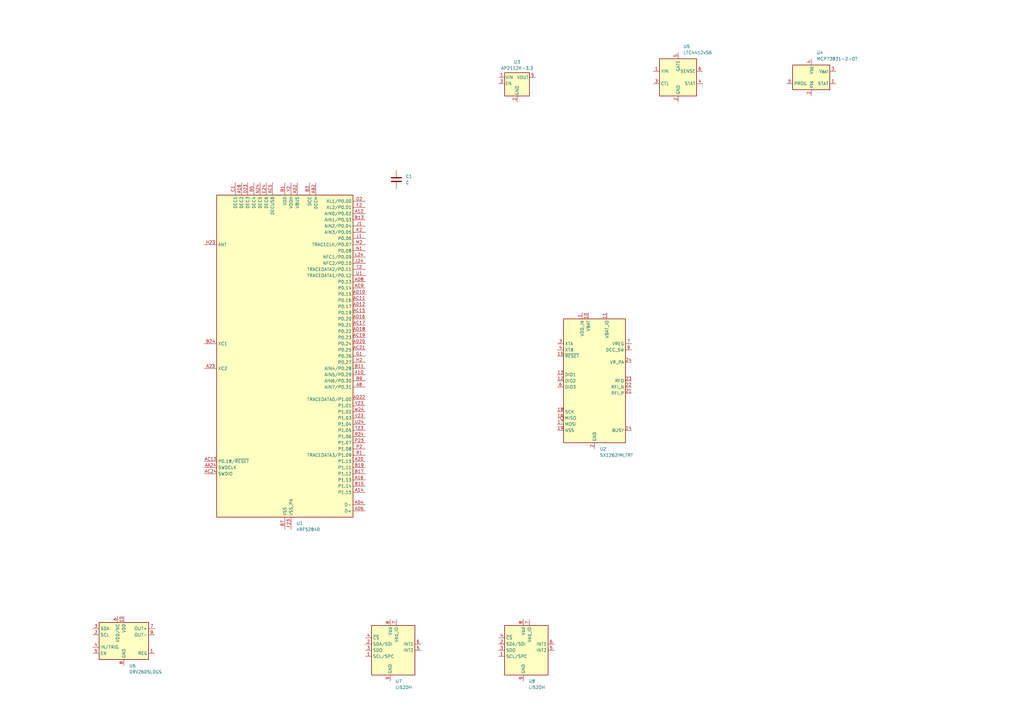
<source format=kicad_sch>
(kicad_sch (version 20250114) (generator "eeschema") (generator_version "9.0")
  (paper "A3")
  (title_block (title "Waypoint v2 - From BOM") (date "2026-01-29") (rev "1.0"))
  (lib_symbols
    (symbol "Battery_Management:MCP73831-2-OT"
      (property "Reference" "U" (at -7.62 6.35 0))
      (property "Value" "MCP73831-2-OT" (at 1.27 6.35 0))
      (symbol "MCP73831-2-OT_0_1"
        (rectangle (start -7.62 5.08) (end 7.62 -5.08) (stroke (width 0.254)) (fill (type background)))
      )
      (symbol "MCP73831-2-OT_1_1"
        (pin input line (at -10.16 -2.54 0) (length 2.54) (name "PROG") (number "5"))
        (pin power_in line (at 0 7.62 270) (length 2.54) (name "V_{DD}") (number "4"))
        (pin power_in line (at 0 -7.62 90) (length 2.54) (name "V_{SS}") (number "2"))
        (pin power_out line (at 10.16 2.54 180) (length 2.54) (name "V_{BAT}") (number "3"))
        (pin tri_state line (at 10.16 -2.54 180) (length 2.54) (name "STAT") (number "1"))
      )
    )
    (symbol "Device:C" (pin_numbers (hide yes)) (pin_names (offset 0.254))
      (property "Reference" "C" (at 0.635 2.54 0))
      (property "Value" "C" (at 0.635 -2.54 0))
      (symbol "C_0_1"
        (polyline (pts (xy -2.032 0.762) (xy 2.032 0.762)) (stroke (width 0.508)))
        (polyline (pts (xy -2.032 -0.762) (xy 2.032 -0.762)) (stroke (width 0.508)))
      )
      (symbol "C_1_1"
        (pin passive line (at 0 3.81 270) (length 2.794) (name "~") (number "1"))
        (pin passive line (at 0 -3.81 90) (length 2.794) (name "~") (number "2"))
      )
    )
    (symbol "Driver_Haptic:DRV2605LDGS"
      (property "Reference" "U" (at -10.16 8.255 0))
      (property "Value" "DRV2605LDGS" (at 2.54 -8.89 0))
      (symbol "DRV2605LDGS_0_1"
        (rectangle (start -10.16 7.62) (end 10.16 -7.62) (stroke (width 0.254)) (fill (type background)))
      )
      (symbol "DRV2605LDGS_1_1"
        (pin bidirectional line (at -12.7 5.08 0) (length 2.54) (name "SDA") (number "3"))
        (pin input line (at -12.7 2.54 0) (length 2.54) (name "SCL") (number "2"))
        (pin input line (at -12.7 -2.54 0) (length 2.54) (name "IN/TRIG") (number "4"))
        (pin input line (at -12.7 -5.08 0) (length 2.54) (name "EN") (number "5"))
        (pin power_in line (at -2.54 10.16 270) (length 2.54) (name "VDD/NC") (number "6"))
        (pin power_in line (at 0 10.16 270) (length 2.54) (name "VDD") (number "10"))
        (pin power_in line (at 0 -10.16 90) (length 2.54) (name "GND") (number "8"))
        (pin output line (at 12.7 5.08 180) (length 2.54) (name "OUT+") (number "7"))
        (pin output line (at 12.7 2.54 180) (length 2.54) (name "OUT-") (number "9"))
        (pin passive line (at 12.7 -5.08 180) (length 2.54) (name "REG") (number "1"))
      )
    )
    (symbol "MCU_Nordic:nRF52840"
      (property "Reference" "U" (at 0 5.08 0))
      (property "Value" "nRF52840" (at 0 2.54 0))
      (symbol "nRF52840_0_1"
        (rectangle (start -27.94 66.04) (end 27.94 -66.04) (stroke (width 0.254)) (fill (type background)))
      )
      (symbol "nRF52840_1_1"
        (pin passive line (at -33.02 45.72 0) (length 5.08) (name "ANT") (number "H23"))
        (pin input line (at -33.02 5.08 0) (length 5.08) (name "XC1") (number "B24"))
        (pin input line (at -33.02 -5.08 0) (length 5.08) (name "XC2") (number "A23"))
        (pin bidirectional line (at -33.02 -43.18 0) (length 5.08) (name "P0.18/~{RESET}") (number "AC13"))
        (pin input line (at -33.02 -45.72 0) (length 5.08) (name "SWDCLK") (number "AA24"))
        (pin bidirectional line (at -33.02 -48.26 0) (length 5.08) (name "SWDIO") (number "AC24"))
        (pin passive line (at -20.32 71.12 270) (length 5.08) (name "DEC1") (number "C1"))
        (pin passive line (at -17.78 71.12 270) (length 5.08) (name "DEC2") (number "A18"))
        (pin passive line (at -15.24 71.12 270) (length 5.08) (name "DEC3") (number "D23"))
        (pin passive line (at -12.7 71.12 270) (length 5.08) (name "DEC4") (number "B5"))
        (pin passive line (at -10.16 71.12 270) (length 5.08) (name "DEC5") (number "N24"))
        (pin passive line (at -7.62 71.12 270) (length 5.08) (name "DEC6") (number "E24"))
        (pin passive line (at -5.08 71.12 270) (length 5.08) (name "DECUSB") (number "AC5"))
        (pin passive line (at 0 71.12 270) (length 5.08) (hide yes) (name "VDD") (number "A22"))
        (pin passive line (at 0 71.12 270) (length 5.08) (hide yes) (name "VDD") (number "AD14"))
        (pin passive line (at 0 71.12 270) (length 5.08) (hide yes) (name "VDD") (number "AD23"))
        (pin power_in line (at 0 71.12 270) (length 5.08) (name "VDD") (number "B1"))
        (pin passive line (at 0 71.12 270) (length 5.08) (hide yes) (name "VDD") (number "W1"))
        (pin power_in line (at 0 -71.12 90) (length 5.08) (name "VSS") (number "B7"))
        (pin passive line (at 0 -71.12 90) (length 5.08) (hide yes) (name "VSS") (number "EP"))
        (pin power_in line (at 2.54 71.12 270) (length 5.08) (name "VDDH") (number "Y2"))
        (pin power_in line (at 2.54 -71.12 90) (length 5.08) (name "VSS_PA") (number "F23"))
        (pin power_in line (at 5.08 71.12 270) (length 5.08) (name "VBUS") (number "AD2"))
        (pin power_out line (at 10.16 71.12 270) (length 5.08) (name "DCC") (number "B3"))
        (pin power_out line (at 12.7 71.12 270) (length 5.08) (name "DCCH") (number "AB2"))
        (pin bidirectional line (at 33.02 63.5 180) (length 5.08) (name "XL1/P0.00") (number "D2"))
        (pin bidirectional line (at 33.02 60.96 180) (length 5.08) (name "XL2/P0.01") (number "F2"))
        (pin bidirectional line (at 33.02 58.42 180) (length 5.08) (name "AIN0/P0.02") (number "A12"))
        (pin bidirectional line (at 33.02 55.88 180) (length 5.08) (name "AIN1/P0.03") (number "B13"))
        (pin bidirectional line (at 33.02 53.34 180) (length 5.08) (name "AIN2/P0.04") (number "J1"))
        (pin bidirectional line (at 33.02 50.8 180) (length 5.08) (name "AIN3/P0.05") (number "K2"))
        (pin bidirectional line (at 33.02 48.26 180) (length 5.08) (name "P0.06") (number "L1"))
        (pin bidirectional line (at 33.02 45.72 180) (length 5.08) (name "TRACECLK/P0.07") (number "M2"))
        (pin bidirectional line (at 33.02 43.18 180) (length 5.08) (name "P0.08") (number "N1"))
        (pin bidirectional line (at 33.02 40.64 180) (length 5.08) (name "NFC1/P0.09") (number "L24"))
        (pin bidirectional line (at 33.02 38.1 180) (length 5.08) (name "NFC2/P0.10") (number "J24"))
        (pin bidirectional line (at 33.02 35.56 180) (length 5.08) (name "TRACEDATA2/P0.11") (number "T2"))
        (pin bidirectional line (at 33.02 33.02 180) (length 5.08) (name "TRACEDATA1/P0.12") (number "U1"))
        (pin bidirectional line (at 33.02 30.48 180) (length 5.08) (name "P0.13") (number "AD8"))
        (pin bidirectional line (at 33.02 27.94 180) (length 5.08) (name "P0.14") (number "AC9"))
        (pin bidirectional line (at 33.02 25.4 180) (length 5.08) (name "P0.15") (number "AD10"))
        (pin bidirectional line (at 33.02 22.86 180) (length 5.08) (name "P0.16") (number "AC11"))
        (pin bidirectional line (at 33.02 20.32 180) (length 5.08) (name "P0.17") (number "AD12"))
        (pin bidirectional line (at 33.02 17.78 180) (length 5.08) (name "P0.19") (number "AC15"))
        (pin bidirectional line (at 33.02 15.24 180) (length 5.08) (name "P0.20") (number "AD16"))
        (pin bidirectional line (at 33.02 12.7 180) (length 5.08) (name "P0.21") (number "AC17"))
        (pin bidirectional line (at 33.02 10.16 180) (length 5.08) (name "P0.22") (number "AD18"))
        (pin bidirectional line (at 33.02 7.62 180) (length 5.08) (name "P0.23") (number "AC19"))
        (pin bidirectional line (at 33.02 5.08 180) (length 5.08) (name "P0.24") (number "AD20"))
        (pin bidirectional line (at 33.02 2.54 180) (length 5.08) (name "P0.25") (number "AC21"))
        (pin bidirectional line (at 33.02 0 180) (length 5.08) (name "P0.26") (number "G1"))
        (pin bidirectional line (at 33.02 -2.54 180) (length 5.08) (name "P0.27") (number "H2"))
        (pin bidirectional line (at 33.02 -5.08 180) (length 5.08) (name "AIN4/P0.28") (number "B11"))
        (pin bidirectional line (at 33.02 -7.62 180) (length 5.08) (name "AIN5/P0.29") (number "A10"))
        (pin bidirectional line (at 33.02 -10.16 180) (length 5.08) (name "AIN6/P0.30") (number "B9"))
        (pin bidirectional line (at 33.02 -12.7 180) (length 5.08) (name "AIN7/P0.31") (number "A8"))
        (pin bidirectional line (at 33.02 -17.78 180) (length 5.08) (name "TRACEDATA0/P1.00") (number "AD22"))
        (pin bidirectional line (at 33.02 -20.32 180) (length 5.08) (name "P1.01") (number "Y23"))
        (pin bidirectional line (at 33.02 -22.86 180) (length 5.08) (name "P1.02") (number "W24"))
        (pin bidirectional line (at 33.02 -25.4 180) (length 5.08) (name "P1.03") (number "V23"))
        (pin bidirectional line (at 33.02 -27.94 180) (length 5.08) (name "P1.04") (number "U24"))
        (pin bidirectional line (at 33.02 -30.48 180) (length 5.08) (name "P1.05") (number "T23"))
        (pin bidirectional line (at 33.02 -33.02 180) (length 5.08) (name "P1.06") (number "R24"))
        (pin bidirectional line (at 33.02 -35.56 180) (length 5.08) (name "P1.07") (number "P23"))
        (pin bidirectional line (at 33.02 -38.1 180) (length 5.08) (name "P1.08") (number "P2"))
        (pin bidirectional line (at 33.02 -40.64 180) (length 5.08) (name "TRACEDATA3/P1.09") (number "R1"))
        (pin bidirectional line (at 33.02 -43.18 180) (length 5.08) (name "P1.10") (number "A20"))
        (pin bidirectional line (at 33.02 -45.72 180) (length 5.08) (name "P1.11") (number "B19"))
        (pin bidirectional line (at 33.02 -48.26 180) (length 5.08) (name "P1.12") (number "B17"))
        (pin bidirectional line (at 33.02 -50.8 180) (length 5.08) (name "P1.13") (number "A16"))
        (pin bidirectional line (at 33.02 -53.34 180) (length 5.08) (name "P1.14") (number "B15"))
        (pin bidirectional line (at 33.02 -55.88 180) (length 5.08) (name "P1.15") (number "A14"))
        (pin bidirectional line (at 33.02 -60.96 180) (length 5.08) (name "D-") (number "AD4"))
        (pin bidirectional line (at 33.02 -63.5 180) (length 5.08) (name "D+") (number "AD6"))
      )
    )
    (symbol "Power_Management:LTC4412xS6"
      (property "Reference" "U" (at -6.35 8.89 0))
      (property "Value" "LTC4412xS6" (at 6.35 8.89 0))
      (symbol "LTC4412xS6_0_1"
        (rectangle (start -7.62 7.62) (end 7.62 -7.62) (stroke (width 0.254)) (fill (type background)))
      )
      (symbol "LTC4412xS6_1_1"
        (pin power_in line (at -10.16 2.54 0) (length 2.54) (name "VIN") (number "1"))
        (pin input line (at -10.16 -2.54 0) (length 2.54) (name "CTL") (number "3"))
        (pin output line (at 0 10.16 270) (length 2.54) (name "GATE") (number "5"))
        (pin power_in line (at 0 -10.16 90) (length 2.54) (name "GND") (number "2"))
        (pin input line (at 10.16 2.54 180) (length 2.54) (name "SENSE") (number "6"))
        (pin open_collector line (at 10.16 -2.54 180) (length 2.54) (name "STAT") (number "4"))
      )
    )
    (symbol "RF:SX1262IMLTRT"
      (property "Reference" "U" (at 13.97 24.13 0))
      (property "Value" "SX1262IMLTRT" (at 13.97 21.59 0))
      (symbol "SX1262IMLTRT_0_1"
        (rectangle (start -12.7 25.4) (end 12.7 -25.4) (stroke (width 0.254)) (fill (type background)))
      )
      (symbol "SX1262IMLTRT_1_1"
        (pin bidirectional line (at -15.24 15.24 0) (length 2.54) (name "XTA") (number "3"))
        (pin bidirectional line (at -15.24 12.7 0) (length 2.54) (name "XTB") (number "4"))
        (pin input line (at -15.24 10.16 0) (length 2.54) (name "~{RESET}") (number "15"))
        (pin bidirectional line (at -15.24 2.54 0) (length 2.54) (name "DIO1") (number "13"))
        (pin bidirectional line (at -15.24 0 0) (length 2.54) (name "DIO2") (number "12"))
        (pin bidirectional line (at -15.24 -2.54 0) (length 2.54) (name "DIO3") (number "6"))
        (pin input line (at -15.24 -12.7 0) (length 2.54) (name "SCK") (number "18"))
        (pin tri_state inverted (at -15.24 -15.24 0) (length 2.54) (name "MISO") (number "16"))
        (pin input line (at -15.24 -17.78 0) (length 2.54) (name "MOSI") (number "17"))
        (pin input line (at -15.24 -20.32 0) (length 2.54) (name "NSS") (number "19"))
        (pin power_in line (at -5.08 27.94 270) (length 2.54) (name "VDD_IN") (number "1"))
        (pin power_in line (at -2.54 27.94 270) (length 2.54) (name "VBAT") (number "10"))
        (pin power_in line (at 0 -27.94 90) (length 2.54) (name "GND") (number "2"))
        (pin passive line (at 0 -27.94 90) (length 2.54) (hide yes) (name "GND") (number "20"))
        (pin passive line (at 0 -27.94 90) (length 2.54) (hide yes) (name "GND") (number "25"))
        (pin passive line (at 0 -27.94 90) (length 2.54) (hide yes) (name "GND") (number "5"))
        (pin passive line (at 0 -27.94 90) (length 2.54) (hide yes) (name "GND") (number "8"))
        (pin power_in line (at 5.08 27.94 270) (length 2.54) (name "VBAT_IO") (number "11"))
        (pin power_out line (at 15.24 15.24 180) (length 2.54) (name "VREG") (number "7"))
        (pin power_out line (at 15.24 12.7 180) (length 2.54) (name "DCC_SW") (number "9"))
        (pin power_out line (at 15.24 7.62 180) (length 2.54) (name "VR_PA") (number "24"))
        (pin output line (at 15.24 0 180) (length 2.54) (name "RFO") (number "23"))
        (pin input line (at 15.24 -2.54 180) (length 2.54) (name "RFI_N") (number "22"))
        (pin input line (at 15.24 -5.08 180) (length 2.54) (name "RFI_P") (number "21"))
        (pin output line (at 15.24 -20.32 180) (length 2.54) (name "BUSY") (number "14"))
      )
    )
    (symbol "Regulator_Linear:AP2112K-3.3" (pin_names (offset 0.254))
      (property "Reference" "U" (at -5.08 5.715 0))
      (property "Value" "AP2112K-3.3" (at 0 5.715 0))
      (symbol "AP2112K-3.3_0_1"
        (rectangle (start -5.08 4.445) (end 5.08 -5.08) (stroke (width 0.254)) (fill (type background)))
      )
      (symbol "AP2112K-3.3_1_1"
        (pin power_in line (at -7.62 2.54 0) (length 2.54) (name "VIN") (number "1"))
        (pin input line (at -7.62 0 0) (length 2.54) (name "EN") (number "3"))
        (pin power_in line (at 0 -7.62 90) (length 2.54) (name "GND") (number "2"))
        (pin no_connect line (at 5.08 0 180) (length 2.54) (hide yes) (name "NC") (number "4"))
        (pin power_out line (at 7.62 2.54 180) (length 2.54) (name "VOUT") (number "5"))
      )
    )
    (symbol "Sensor_Motion:LIS2DH"
      (property "Reference" "U" (at -8.89 11.43 0))
      (property "Value" "LIS2DH" (at 3.81 11.43 0))
      (symbol "LIS2DH_0_1"
        (rectangle (start -7.62 10.16) (end 10.16 -10.16) (stroke (width 0.254)) (fill (type background)))
      )
      (symbol "LIS2DH_1_1"
        (pin input line (at -10.16 5.08 0) (length 2.54) (name "~{CS}") (number "4"))
        (pin bidirectional line (at -10.16 2.54 0) (length 2.54) (name "SDA/SDI") (number "2"))
        (pin output line (at -10.16 0 0) (length 2.54) (name "SDO") (number "3"))
        (pin input line (at -10.16 -2.54 0) (length 2.54) (name "SCL/SPC") (number "1"))
        (pin power_in line (at 0 12.7 270) (length 2.54) (name "Vdd") (number "8"))
        (pin passive line (at 0 -12.7 90) (length 2.54) (hide yes) (name "GND") (number "10"))
        (pin passive line (at 0 -12.7 90) (length 2.54) (hide yes) (name "GND") (number "11"))
        (pin passive line (at 0 -12.7 90) (length 2.54) (hide yes) (name "GND") (number "12"))
        (pin passive line (at 0 -12.7 90) (length 2.54) (hide yes) (name "GND") (number "13"))
        (pin passive line (at 0 -12.7 90) (length 2.54) (hide yes) (name "GND") (number "14"))
        (pin power_in line (at 0 -12.7 90) (length 2.54) (name "GND") (number "9"))
        (pin power_in line (at 2.54 12.7 270) (length 2.54) (name "Vdd_IO") (number "7"))
        (pin output line (at 12.7 2.54 180) (length 2.54) (name "INT1") (number "6"))
        (pin output line (at 12.7 0 180) (length 2.54) (name "INT2") (number "5"))
      )
    )
  )
  (symbol (lib_id "Battery_Management:MCP73831-2-OT") (at 332.74 31.75 0) (unit 1)
    (property "Reference" "U4" (at 334.8833 21.59 0) (effects (justify left)))
    (property "Value" "MCP73831-2-OT" (at 334.8833 24.13 0) (effects (justify left)))
    (property "Footprint" "Package_TO_SOT_SMD:SOT-23-5" (effects (hide yes)))
    (property "Datasheet" "http://ww1.microchip.com/downloads/en/DeviceDoc/20001984g.pdf" (effects (hide yes)))
    (property "Description" "Single cell, Li-Ion/Li-Po charge management controller, 4.20V, Tri-State Status Output, in SOT23-5 package" (effects (hide yes)))
  )
  (symbol (lib_id "RF:SX1262IMLTRT") (at 243.84 156.21 0) (unit 1)
    (property "Reference" "U2" (at 245.9833 184.15 0) (effects (justify left)))
    (property "Value" "SX1262IMLTRT" (at 245.9833 186.69 0) (effects (justify left)))
    (property "Footprint" "Package_DFN_QFN:QFN-24-1EP_4x4mm_P0.5mm_EP2.6x2.6mm" (effects (hide yes)))
    (property "Datasheet" "https://semtech.file.force.com/sfc/dist/version/download/?oid=00DE0000000JelG&ids=0682R00000IjPWSQA3&d=%2Fa%2F2R000000Un7F%2FyT.fKdAr9ZAo3cJLc4F2cBdUsMftpT2vsOICP7NmvMo" (effects (hide yes)))
    (property "Description" "150 MHz to 960 MHz Low Power Long Range Transceiver, 22dBm output power, spreading factor from 5 to 12, LoRA, QFN-24" (effects (hide yes)))
  )
  (symbol (lib_id "Driver_Haptic:DRV2605LDGS") (at 50.8 262.89 0) (unit 1)
    (property "Reference" "U6" (at 52.9433 273.05 0) (effects (justify left)))
    (property "Value" "DRV2605LDGS" (at 52.9433 275.59 0) (effects (justify left)))
    (property "Footprint" "Package_SO:VSSOP-10_3x3mm_P0.5mm" (effects (hide yes)))
    (property "Datasheet" "http://www.ti.com/lit/ds/symlink/drv2605l.pdf" (effects (hide yes)))
    (property "Description" "Haptic driver for LRAs and ERMs with effect library, 2-5.2V, VSSOP-10" (effects (hide yes)))
  )
  (symbol (lib_id "Sensor_Motion:LIS2DH") (at 214.63 266.7 0) (unit 1)
    (property "Reference" "U8" (at 216.7733 279.4 0) (effects (justify left)))
    (property "Value" "LIS2DH" (at 216.7733 281.94 0) (effects (justify left)))
    (property "Footprint" "Package_LGA:LGA-14_2x2mm_P0.35mm_LayoutBorder3x4y" (effects (hide yes)))
    (property "Datasheet" "http://www.st.com/web/en/resource/technical/document/datasheet/DM00042751.pdf" (effects (hide yes)))
    (property "Description" "3-Axis Accelerometer, 2/4/8/16g range, I2C/SPI interface, LGA-14" (effects (hide yes)))
  )
  (symbol (lib_id "Regulator_Linear:AP2112K-3.3") (at 212.09 34.29 0) (unit 1)
    (property "Reference" "U3" (at 212.09 25.4 0))
    (property "Value" "AP2112K-3.3" (at 212.09 27.94 0))
    (property "Footprint" "Package_TO_SOT_SMD:SOT-23-5" (effects (hide yes)))
    (property "Datasheet" "https://www.diodes.com/assets/Datasheets/AP2112.pdf" (effects (hide yes)))
    (property "Description" "600mA low dropout linear regulator, with enable pin, 3.8V-6V input voltage range, 3.3V fixed positive output, SOT-23-5" (effects (hide yes)))
  )
  (symbol (lib_id "Sensor_Motion:LIS2DH") (at 160.02 266.7 0) (unit 1)
    (property "Reference" "U7" (at 162.1633 279.4 0) (effects (justify left)))
    (property "Value" "LIS2DH" (at 162.1633 281.94 0) (effects (justify left)))
    (property "Footprint" "Package_LGA:LGA-14_2x2mm_P0.35mm_LayoutBorder3x4y" (effects (hide yes)))
    (property "Datasheet" "http://www.st.com/web/en/resource/technical/document/datasheet/DM00042751.pdf" (effects (hide yes)))
    (property "Description" "3-Axis Accelerometer, 2/4/8/16g range, I2C/SPI interface, LGA-14" (effects (hide yes)))
  )
  (symbol (lib_id "MCU_Nordic:nRF52840") (at 116.84 146.05 0) (unit 1)
    (property "Reference" "U1" (at 121.5233 214.63 0) (effects (justify left)))
    (property "Value" "nRF52840" (at 121.5233 217.17 0) (effects (justify left)))
    (property "Footprint" "Package_DFN_QFN:Nordic_AQFN-73-1EP_7x7mm_P0.5mm" (effects (hide yes)))
    (property "Datasheet" "http://infocenter.nordicsemi.com/topic/com.nordic.infocenter.nrf52/dita/nrf52/chips/nrf52840.html" (effects (hide yes)))
    (property "Description" "Multiprotocol BLE/ANT/2.4 GHz/802.15.4 Cortex-M4F SoC, AQFN-73" (effects (hide yes)))
  )
  (symbol (lib_id "Power_Management:LTC4412xS6") (at 278.13 31.75 0) (unit 1)
    (property "Reference" "U5" (at 280.2733 19.05 0) (effects (justify left)))
    (property "Value" "LTC4412xS6" (at 280.2733 21.59 0) (effects (justify left)))
    (property "Footprint" "Package_TO_SOT_SMD:TSOT-23-6" (effects (hide yes)))
    (property "Datasheet" "https://www.analog.com/media/en/technical-documentation/data-sheets/4412fb.pdf" (effects (hide yes)))
    (property "Description" "Low Loss PowerPath Controller, TSOT-23-6" (effects (hide yes)))
  )
  (symbol (lib_id "Device:C") (at 162.56 73.66 0) (unit 1)
    (property "Reference" "C1" (at 166.37 72.3899 0) (effects (justify left)))
    (property "Value" "C" (at 166.37 74.9299 0) (effects (justify left)))
    (property "Description" "Unpolarized capacitor" (effects (hide yes)))
  )
)
</source>
